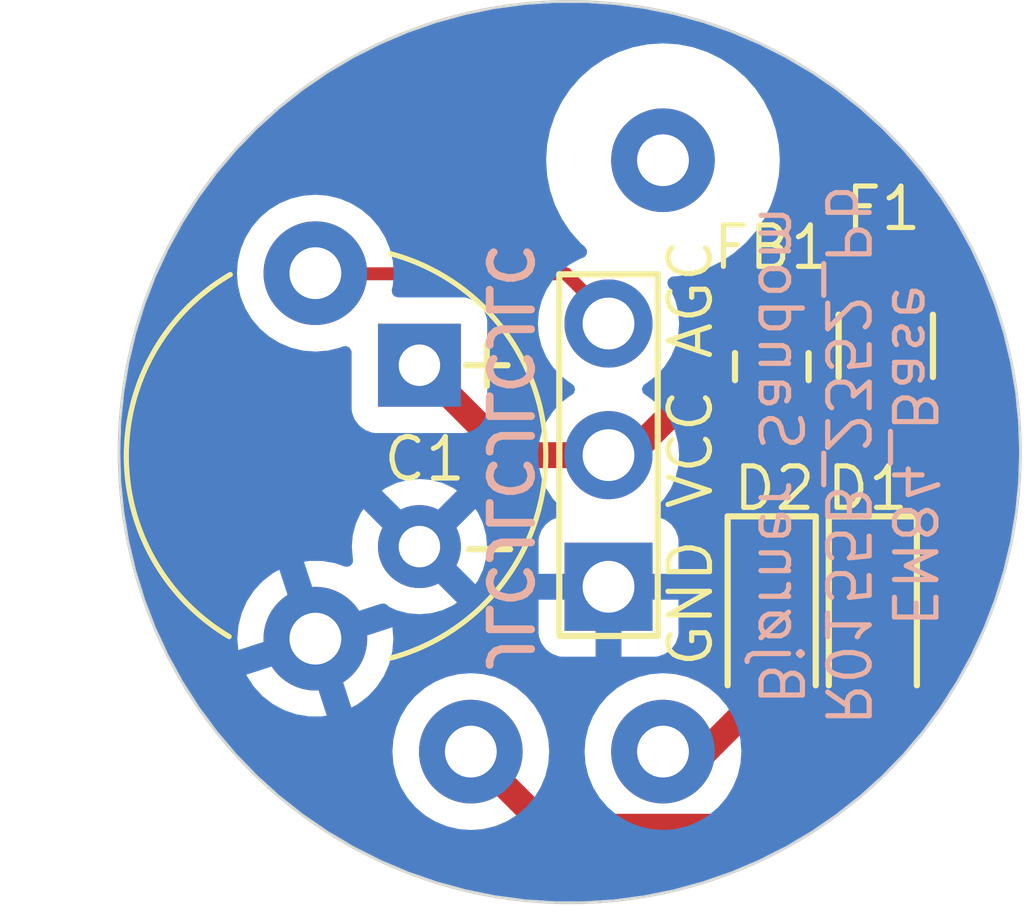
<source format=kicad_pcb>
(kicad_pcb (version 20221018) (generator pcbnew)
  (layers (0 "F.Cu" signal) (31 "B.Cu" signal) (34 "B.Paste" user) (35 "F.Paste" user) (36 "B.SilkS" user "B.Silkscreen") (37 "F.SilkS" user "F.Silkscreen") (38 "B.Mask" user) (39 "F.Mask" user) (44 "Edge.Cuts" user))
  (net 0 "")
  (net 1 "SIG")
  (net 2 "GND")
  (net 3 "Net-(D1-K)")
  (net 4 "H1")
  (net 5 "VCC")
  (net 7 "H2")
  (net 8 "Net-(F1-Pad2)")
  (footprint "Retronics_Discrete:D_SOD-323_HandSoldering" (layer "F.Cu") (at 141.45 88.05 -90)
    (fp_text reference "D1" (at -2.55 0.1) (layer "F.SilkS") (effects (font (size 0.8 0.8) (thickness 0.1))))
    (fp_text value "1N5819WS")
    (fp_line (start -2.01 -0.85) (end -2.01 0.85) (stroke (width 0.12)) (layer "F.SilkS"))
    (fp_line (start -2.01 -0.85) (end 1.25 -0.85) (stroke (width 0.12)) (layer "F.SilkS"))
    (fp_line (start -2.01 0.85) (end 1.25 0.85) (stroke (width 0.12)) (layer "F.SilkS"))
    (pad "1" smd roundrect (at -1.25 0 270) (size 1 1) (layers "F.Cu" "F.Paste" "F.Mask") (net 3 "Net-(D1-K)"))
    (pad "2" smd roundrect (at 1.25 0 270) (size 1 1) (layers "F.Cu" "F.Paste" "F.Mask") (net 4 "H1"))
  )
  (footprint "Retronics_Connectors:PinSocket_1x03_P2.54mm_Vertical_alt" (layer "F.Cu") (at 136.348992 87.398289 180)
    (fp_text reference "J2" hide)
    (fp_text value "Pin header")
    (fp_line (start -0.95 -0.95) (end -0.95 6.03) (stroke (width 0.12)) (layer "F.SilkS"))
    (fp_line (start -0.95 -0.95) (end 0.95 -0.95) (stroke (width 0.12)) (layer "F.SilkS"))
    (fp_line (start -0.95 6.03) (end 0.95 6.03) (stroke (width 0.12)) (layer "F.SilkS"))
    (fp_line (start 0.95 -0.95) (end 0.95 6.03) (stroke (width 0.12)) (layer "F.SilkS"))
    (pad "1" thru_hole rect locked (at 0 0 180) (size 1.7 1.7) (drill 1) (layers "*.Cu" "*.Mask") (net 2 "GND"))
    (pad "2" thru_hole oval locked (at 0 2.54 180) (size 1.7 1.7) (drill 1) (layers "*.Cu" "*.Mask") (net 5 "VCC"))
    (pad "3" thru_hole oval locked (at 0 5.08 180) (size 1.7 1.7) (drill 1) (layers "*.Cu" "*.Mask") (net 1 "SIG"))
  )
  (footprint "Retronics_Passives:L_0805_2012Metric_Pad1.15x1.40mm_HandSolder" (layer "F.Cu") (at 139.5 83.15 90)
    (fp_text reference "FB1" (at 2.3 0 180) (layer "F.SilkS") (effects (font (size 0.8 0.8) (thickness 0.1))))
    (fp_text value "330Ω@100MHz")
    (fp_line (start -0.261252 -0.71) (end 0.261252 -0.71) (stroke (width 0.12)) (layer "F.SilkS"))
    (fp_line (start -0.261252 0.71) (end 0.261252 0.71) (stroke (width 0.12)) (layer "F.SilkS"))
    (pad "1" smd roundrect (at -1.025 0 90) (size 1.15 1.4) (layers "F.Cu" "F.Paste" "F.Mask") (roundrect_rratio 0.2173913043) (net 8 "Net-(F1-Pad2)"))
    (pad "2" smd roundrect (at 1.025 0 90) (size 1.15 1.4) (layers "F.Cu" "F.Paste" "F.Mask") (roundrect_rratio 0.2173913043) (net 5 "VCC"))
  )
  (footprint "Retronics_Discrete:D_SOD-323_HandSoldering" (layer "F.Cu") (at 139.498342 88.05 -90)
    (fp_text reference "D2" (at -2.55 -0.051658) (layer "F.SilkS") (effects (font (size 0.8 0.8) (thickness 0.1))))
    (fp_text value "1N5819WS")
    (fp_line (start -2.01 -0.85) (end -2.01 0.85) (stroke (width 0.12)) (layer "F.SilkS"))
    (fp_line (start -2.01 -0.85) (end 1.25 -0.85) (stroke (width 0.12)) (layer "F.SilkS"))
    (fp_line (start -2.01 0.85) (end 1.25 0.85) (stroke (width 0.12)) (layer "F.SilkS"))
    (pad "1" smd roundrect (at -1.25 0 270) (size 1 1) (layers "F.Cu" "F.Paste" "F.Mask") (net 3 "Net-(D1-K)"))
    (pad "2" smd roundrect (at 1.25 0 270) (size 1 1) (layers "F.Cu" "F.Paste" "F.Mask") (net 7 "H2"))
  )
  (footprint "Retronics_Passives:CP_Radial_D8.0mm_P3.50mm_EM84" (layer "F.Cu") (at 131.1 83.123289 180)
    (fp_text reference "C1" (at -1.7 -1.811393) (layer "F.SilkS") (effects (font (size 0.8 0.8) (thickness 0.1))))
    (fp_text value "1000µF 16V")
    (fp_line (start -3.35 -3.55) (end -2.55 -3.55) (stroke (width 0.12)) (layer "F.SilkS"))
    (fp_line (start -3.3 0) (end -2.5 0) (stroke (width 0.12)) (layer "F.SilkS"))
    (fp_line (start -2.9 0.4) (end -2.9 -0.4) (stroke (width 0.12)) (layer "F.SilkS"))
    (fp_arc (start -1.05 2.149999) (mid -4.038873 -1.75) (end -1.05 -5.649999) (stroke (width 0.1)) (layer "F.SilkS"))
    (fp_arc (start 2.071998 -5.237021) (mid 4.056147 -1.73723) (end 2.05 1.749999) (stroke (width 0.1)) (layer "F.SilkS"))
    (pad "1" thru_hole rect (at -1.6 0 270) (size 1.6 1.6) (drill 0.8) (layers "*.Cu" "*.Mask") (net 5 "VCC"))
    (pad "2" thru_hole circle (at -1.6 -3.5 270) (size 1.6 1.6) (drill 0.8) (layers "*.Cu" "*.Mask") (net 2 "GND"))
  )
  (footprint "Retronics_Connectors:EM84_Socket" (layer "F.Cu") (at 135.545899 84.873289)
    (fp_text reference "J1" hide)
    (fp_text value "Noval")
    (pad "1" thru_hole oval locked (at -4.854101 -3.526711 18) (size 2 2) (drill 1) (layers "*.Cu" "*.Mask") (net 1 "SIG"))
    (pad "3" thru_hole oval locked (at -4.854102 3.526711 18) (size 2 2) (drill 1) (layers "*.Cu" "*.Mask") (net 2 "GND"))
    (pad "4" thru_hole oval locked (at -1.854102 5.706338 18) (size 2 2) (drill 1) (layers "*.Cu" "*.Mask") (net 4 "H1"))
    (pad "5" thru_hole oval locked (at 1.854102 5.706339 18) (size 2 2) (drill 1) (layers "*.Cu" "*.Mask") (net 7 "H2"))
    (pad "9" thru_hole oval locked (at 1.854102 -5.706338 18) (size 2 2) (drill 1) (layers "*.Cu" "*.Mask"))
  )
  (footprint "Retronics_Passives:Fuse_1206_3216Metric" (layer "F.Cu") (at 141.7 82.75 90)
    (fp_text reference "F1" (at 2.65 -0.05 180) (layer "F.SilkS") (effects (font (size 0.8 0.8) (thickness 0.1))))
    (fp_text value "T1A")
    (fp_line (start -0.602064 -0.91) (end 0.602064 -0.91) (stroke (width 0.12)) (layer "F.SilkS"))
    (fp_line (start -0.602064 0.91) (end 0.602064 0.91) (stroke (width 0.12)) (layer "F.SilkS"))
    (pad "1" smd roundrect (at -1.4 0 90) (size 1.25 1.75) (layers "F.Cu" "F.Paste" "F.Mask") (roundrect_rratio 0.2) (net 3 "Net-(D1-K)"))
    (pad "2" smd roundrect (at 1.4 0 90) (size 1.25 1.75) (layers "F.Cu" "F.Paste" "F.Mask") (roundrect_rratio 0.2) (net 8 "Net-(F1-Pad2)"))
  )
  (gr_circle (center 135.6 84.8) (end 144.3 84.8) (stroke (width 0.05)) (fill none) (layer "Edge.Cuts"))
  (gr_text "JLCJLCJLCJLC" (at 133.95 89.117575 -90) (layer "B.SilkS") (effects (font (size 0.8 0.8)) (justify left bottom mirror)))
  (gr_text locked "EM84_Base\nR0155B_2352_Pb\nBjørner Sandom\n\n" (at 137.9 84.858289 270) (layer "B.SilkS") (effects (font (size 0.8 0.8) (thickness 0.1)) (justify bottom mirror)))
  (gr_text "GND VCC AGC" (at 138.4 89 90) (layer "F.SilkS") (effects (font (size 0.8 0.8) (thickness 0.1)) (justify left bottom)))
  (segment (start 130.685089 81.358542) (end 135.523927 81.358542) (width 0.25) (layer "F.Cu") (net 1))
  (segment (start 135.523927 81.358542) (end 136.348992 82.183607) (width 0.25) (layer "F.Cu") (net 1))
  (segment (start 141.45 86.8) (end 141.45 84.4) (width 0.5) (layer "F.Cu") (net 3))
  (segment (start 139.498342 86.8) (end 141.45 86.8) (width 0.5) (layer "F.Cu") (net 3))
  (segment (start 141.45 84.4) (end 141.7 84.15) (width 0.5) (layer "F.Cu") (net 3))
  (segment (start 138.720372 92.029628) (end 135.141798 92.029628) (width 0.5) (layer "F.Cu") (net 4))
  (segment (start 141.65 89.1) (end 138.720372 92.029628) (width 0.5) (layer "F.Cu") (net 4))
  (segment (start 135.141798 92.029628) (end 133.691797 90.579627) (width 0.5) (layer "F.Cu") (net 4))
  (segment (start 136.348992 84.858289) (end 136.766711 84.858289) (width 0.5) (layer "F.Cu") (net 5))
  (segment (start 136.348992 84.858289) (end 134.435 84.858289) (width 0.5) (layer "F.Cu") (net 5))
  (segment (start 134.435 84.858289) (end 132.7 83.123289) (width 0.5) (layer "F.Cu") (net 5))
  (segment (start 136.766711 84.858289) (end 139.5 82.125) (width 0.5) (layer "F.Cu") (net 5))
  (segment (start 138.218714 90.579628) (end 139.698342 89.1) (width 0.5) (layer "F.Cu") (net 7))
  (segment (start 137.400001 90.579628) (end 138.218714 90.579628) (width 0.5) (layer "F.Cu") (net 7))
  (segment (start 141.7 81.975) (end 141.7 81.35) (width 0.5) (layer "F.Cu") (net 8))
  (segment (start 139.5 84.175) (end 141.7 81.975) (width 0.5) (layer "F.Cu") (net 8))
  (zone (net 2) (net_name "GND") (layer "B.Cu") (connect_pads (clearance 0.508)) (min_thickness 0.25) (fill yes (thermal_gap 0.5) (thermal_bridge_width 0.5))
    (polygon (pts (xy 126.9 76.1) (xy 126.9 93.6) (xy 144.35 93.6) (xy 144.35 76.1)))
  )
)
</source>
